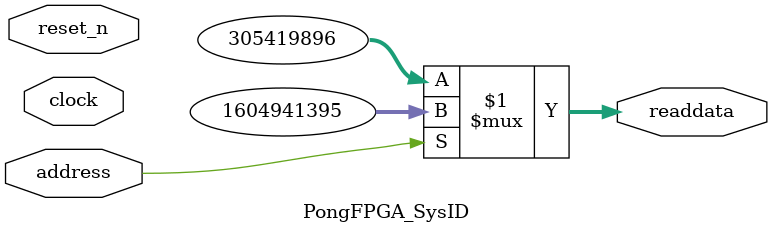
<source format=v>



// synthesis translate_off
`timescale 1ns / 1ps
// synthesis translate_on

// turn off superfluous verilog processor warnings 
// altera message_level Level1 
// altera message_off 10034 10035 10036 10037 10230 10240 10030 

module PongFPGA_SysID (
               // inputs:
                address,
                clock,
                reset_n,

               // outputs:
                readdata
             )
;

  output  [ 31: 0] readdata;
  input            address;
  input            clock;
  input            reset_n;

  wire    [ 31: 0] readdata;
  //control_slave, which is an e_avalon_slave
  assign readdata = address ? 1604941395 : 305419896;

endmodule



</source>
